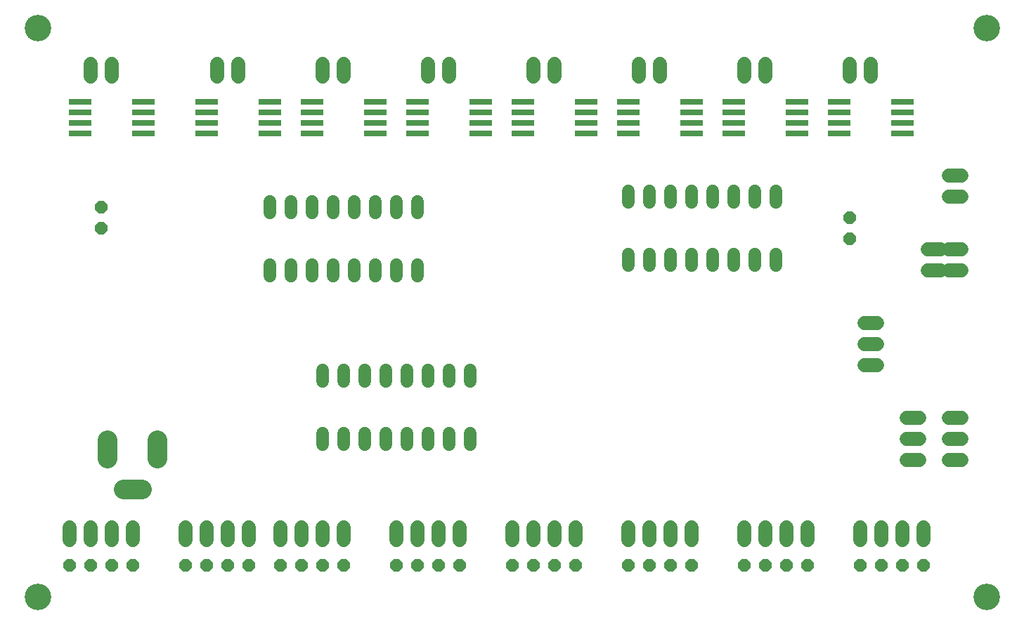
<source format=gbr>
G04 EAGLE Gerber RS-274X export*
G75*
%MOMM*%
%FSLAX34Y34*%
%LPD*%
%INSoldermask Top*%
%IPPOS*%
%AMOC8*
5,1,8,0,0,1.08239X$1,22.5*%
G01*
%ADD10C,3.203200*%
%ADD11C,1.727200*%
%ADD12P,1.649562X8X112.500000*%
%ADD13P,1.649562X8X292.500000*%
%ADD14C,1.524000*%
%ADD15P,1.649562X8X22.500000*%
%ADD16R,2.703200X0.703200*%
%ADD17C,2.387600*%


D10*
X25400Y711200D03*
X1168400Y711200D03*
X1168400Y25400D03*
X25400Y25400D03*
D11*
X1122680Y419100D02*
X1137920Y419100D01*
X1137920Y444500D02*
X1122680Y444500D01*
X1122680Y241300D02*
X1137920Y241300D01*
X1137920Y215900D02*
X1122680Y215900D01*
X1122680Y190500D02*
X1137920Y190500D01*
X1087120Y241300D02*
X1071880Y241300D01*
X1071880Y215900D02*
X1087120Y215900D01*
X1087120Y190500D02*
X1071880Y190500D01*
D12*
X1003300Y457200D03*
X1003300Y482600D03*
D13*
X101600Y495300D03*
X101600Y469900D03*
D11*
X1021080Y355600D02*
X1036320Y355600D01*
X1036320Y330200D02*
X1021080Y330200D01*
X1021080Y304800D02*
X1036320Y304800D01*
X1097280Y419100D02*
X1112520Y419100D01*
X1112520Y444500D02*
X1097280Y444500D01*
D14*
X914400Y501396D02*
X914400Y514604D01*
X889000Y514604D02*
X889000Y501396D01*
X812800Y501396D02*
X812800Y514604D01*
X787400Y514604D02*
X787400Y501396D01*
X863600Y501396D02*
X863600Y514604D01*
X838200Y514604D02*
X838200Y501396D01*
X762000Y501396D02*
X762000Y514604D01*
X736600Y514604D02*
X736600Y501396D01*
X736600Y438404D02*
X736600Y425196D01*
X762000Y425196D02*
X762000Y438404D01*
X787400Y438404D02*
X787400Y425196D01*
X812800Y425196D02*
X812800Y438404D01*
X838200Y438404D02*
X838200Y425196D01*
X863600Y425196D02*
X863600Y438404D01*
X889000Y438404D02*
X889000Y425196D01*
X914400Y425196D02*
X914400Y438404D01*
X304800Y425704D02*
X304800Y412496D01*
X330200Y412496D02*
X330200Y425704D01*
X406400Y425704D02*
X406400Y412496D01*
X431800Y412496D02*
X431800Y425704D01*
X355600Y425704D02*
X355600Y412496D01*
X381000Y412496D02*
X381000Y425704D01*
X457200Y425704D02*
X457200Y412496D01*
X482600Y412496D02*
X482600Y425704D01*
X482600Y488696D02*
X482600Y501904D01*
X457200Y501904D02*
X457200Y488696D01*
X431800Y488696D02*
X431800Y501904D01*
X406400Y501904D02*
X406400Y488696D01*
X381000Y488696D02*
X381000Y501904D01*
X355600Y501904D02*
X355600Y488696D01*
X330200Y488696D02*
X330200Y501904D01*
X304800Y501904D02*
X304800Y488696D01*
D11*
X520700Y652780D02*
X520700Y668020D01*
X495300Y668020D02*
X495300Y652780D01*
X393700Y652780D02*
X393700Y668020D01*
X368300Y668020D02*
X368300Y652780D01*
X1028700Y652780D02*
X1028700Y668020D01*
X1003300Y668020D02*
X1003300Y652780D01*
X901700Y652780D02*
X901700Y668020D01*
X876300Y668020D02*
X876300Y652780D01*
X266700Y652780D02*
X266700Y668020D01*
X241300Y668020D02*
X241300Y652780D01*
X114300Y652780D02*
X114300Y668020D01*
X88900Y668020D02*
X88900Y652780D01*
X774700Y652780D02*
X774700Y668020D01*
X749300Y668020D02*
X749300Y652780D01*
X647700Y652780D02*
X647700Y668020D01*
X622300Y668020D02*
X622300Y652780D01*
D14*
X368300Y222504D02*
X368300Y209296D01*
X393700Y209296D02*
X393700Y222504D01*
X469900Y222504D02*
X469900Y209296D01*
X495300Y209296D02*
X495300Y222504D01*
X419100Y222504D02*
X419100Y209296D01*
X444500Y209296D02*
X444500Y222504D01*
X520700Y222504D02*
X520700Y209296D01*
X546100Y209296D02*
X546100Y222504D01*
X546100Y285496D02*
X546100Y298704D01*
X520700Y298704D02*
X520700Y285496D01*
X495300Y285496D02*
X495300Y298704D01*
X469900Y298704D02*
X469900Y285496D01*
X444500Y285496D02*
X444500Y298704D01*
X419100Y298704D02*
X419100Y285496D01*
X393700Y285496D02*
X393700Y298704D01*
X368300Y298704D02*
X368300Y285496D01*
D11*
X1016000Y109220D02*
X1016000Y93980D01*
X1041400Y93980D02*
X1041400Y109220D01*
X876300Y109220D02*
X876300Y93980D01*
X901700Y93980D02*
X901700Y109220D01*
X736600Y109220D02*
X736600Y93980D01*
X762000Y93980D02*
X762000Y109220D01*
X596900Y109220D02*
X596900Y93980D01*
X622300Y93980D02*
X622300Y109220D01*
X457200Y109220D02*
X457200Y93980D01*
X482600Y93980D02*
X482600Y109220D01*
X317500Y109220D02*
X317500Y93980D01*
X342900Y93980D02*
X342900Y109220D01*
X203200Y109220D02*
X203200Y93980D01*
X228600Y93980D02*
X228600Y109220D01*
X63500Y109220D02*
X63500Y93980D01*
X88900Y93980D02*
X88900Y109220D01*
X1092200Y109220D02*
X1092200Y93980D01*
X1066800Y93980D02*
X1066800Y109220D01*
X952500Y109220D02*
X952500Y93980D01*
X927100Y93980D02*
X927100Y109220D01*
X812800Y109220D02*
X812800Y93980D01*
X787400Y93980D02*
X787400Y109220D01*
X673100Y109220D02*
X673100Y93980D01*
X647700Y93980D02*
X647700Y109220D01*
X533400Y109220D02*
X533400Y93980D01*
X508000Y93980D02*
X508000Y109220D01*
X393700Y109220D02*
X393700Y93980D01*
X368300Y93980D02*
X368300Y109220D01*
X279400Y109220D02*
X279400Y93980D01*
X254000Y93980D02*
X254000Y109220D01*
X139700Y109220D02*
X139700Y93980D01*
X114300Y93980D02*
X114300Y109220D01*
D15*
X1016000Y63500D03*
X1041400Y63500D03*
X508000Y63500D03*
X533400Y63500D03*
X317500Y63500D03*
X342900Y63500D03*
X368300Y63500D03*
X393700Y63500D03*
X203200Y63500D03*
X228600Y63500D03*
X254000Y63500D03*
X279400Y63500D03*
X63500Y63500D03*
X88900Y63500D03*
X114300Y63500D03*
X139700Y63500D03*
X1066800Y63500D03*
X1092200Y63500D03*
X876300Y63500D03*
X901700Y63500D03*
X927100Y63500D03*
X952500Y63500D03*
X736600Y63500D03*
X762000Y63500D03*
X787400Y63500D03*
X812800Y63500D03*
X596900Y63500D03*
X622300Y63500D03*
X647700Y63500D03*
X673100Y63500D03*
X457200Y63500D03*
X482600Y63500D03*
D11*
X1122680Y508000D02*
X1137920Y508000D01*
X1137920Y533400D02*
X1122680Y533400D01*
D16*
X482600Y622300D03*
X482600Y609600D03*
X482600Y596900D03*
X482600Y584200D03*
X558700Y622300D03*
X558700Y609600D03*
X558700Y596900D03*
X558700Y584200D03*
X355600Y622300D03*
X355600Y609600D03*
X355600Y596900D03*
X355600Y584200D03*
X431700Y622300D03*
X431700Y609600D03*
X431700Y596900D03*
X431700Y584200D03*
X990600Y622300D03*
X990600Y609600D03*
X990600Y596900D03*
X990600Y584200D03*
X1066700Y622300D03*
X1066700Y609600D03*
X1066700Y596900D03*
X1066700Y584200D03*
X863600Y622300D03*
X863600Y609600D03*
X863600Y596900D03*
X863600Y584200D03*
X939700Y622300D03*
X939700Y609600D03*
X939700Y596900D03*
X939700Y584200D03*
X228600Y622300D03*
X228600Y609600D03*
X228600Y596900D03*
X228600Y584200D03*
X304700Y622300D03*
X304700Y609600D03*
X304700Y596900D03*
X304700Y584200D03*
X76200Y622300D03*
X76200Y609600D03*
X76200Y596900D03*
X76200Y584200D03*
X152300Y622300D03*
X152300Y609600D03*
X152300Y596900D03*
X152300Y584200D03*
X736600Y622300D03*
X736600Y609600D03*
X736600Y596900D03*
X736600Y584200D03*
X812700Y622300D03*
X812700Y609600D03*
X812700Y596900D03*
X812700Y584200D03*
X609600Y622300D03*
X609600Y609600D03*
X609600Y596900D03*
X609600Y584200D03*
X685700Y622300D03*
X685700Y609600D03*
X685700Y596900D03*
X685700Y584200D03*
D17*
X150622Y155200D02*
X128778Y155200D01*
X109700Y192278D02*
X109700Y214122D01*
X169700Y214122D02*
X169700Y192278D01*
M02*

</source>
